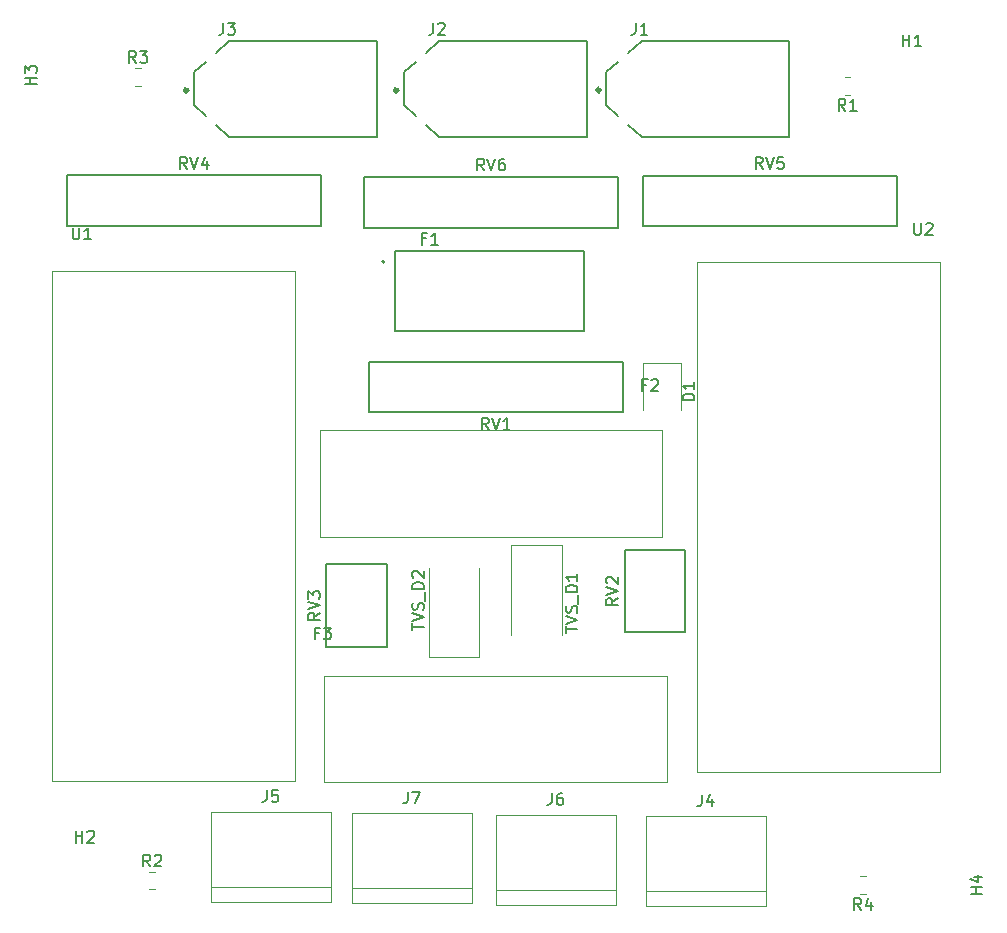
<source format=gbr>
%TF.GenerationSoftware,KiCad,Pcbnew,(6.0.7)*%
%TF.CreationDate,2022-08-25T14:30:35+03:00*%
%TF.ProjectId,guc_devresi_yetenek,6775635f-6465-4767-9265-73695f796574,rev?*%
%TF.SameCoordinates,Original*%
%TF.FileFunction,Legend,Top*%
%TF.FilePolarity,Positive*%
%FSLAX46Y46*%
G04 Gerber Fmt 4.6, Leading zero omitted, Abs format (unit mm)*
G04 Created by KiCad (PCBNEW (6.0.7)) date 2022-08-25 14:30:35*
%MOMM*%
%LPD*%
G01*
G04 APERTURE LIST*
%ADD10C,0.150000*%
%ADD11C,0.120000*%
%ADD12C,0.127000*%
%ADD13C,0.200000*%
%ADD14C,0.300000*%
G04 APERTURE END LIST*
D10*
%TO.C,U1*%
X37719095Y-33234380D02*
X37719095Y-34043904D01*
X37766714Y-34139142D01*
X37814333Y-34186761D01*
X37909571Y-34234380D01*
X38100047Y-34234380D01*
X38195285Y-34186761D01*
X38242904Y-34139142D01*
X38290523Y-34043904D01*
X38290523Y-33234380D01*
X39290523Y-34234380D02*
X38719095Y-34234380D01*
X39004809Y-34234380D02*
X39004809Y-33234380D01*
X38909571Y-33377238D01*
X38814333Y-33472476D01*
X38719095Y-33520095D01*
%TO.C,F1*%
X67616666Y-34151571D02*
X67283333Y-34151571D01*
X67283333Y-34675380D02*
X67283333Y-33675380D01*
X67759523Y-33675380D01*
X68664285Y-34675380D02*
X68092857Y-34675380D01*
X68378571Y-34675380D02*
X68378571Y-33675380D01*
X68283333Y-33818238D01*
X68188095Y-33913476D01*
X68092857Y-33961095D01*
%TO.C,J5*%
X54149666Y-80859380D02*
X54149666Y-81573666D01*
X54102047Y-81716523D01*
X54006809Y-81811761D01*
X53863952Y-81859380D01*
X53768714Y-81859380D01*
X55102047Y-80859380D02*
X54625857Y-80859380D01*
X54578238Y-81335571D01*
X54625857Y-81287952D01*
X54721095Y-81240333D01*
X54959190Y-81240333D01*
X55054428Y-81287952D01*
X55102047Y-81335571D01*
X55149666Y-81430809D01*
X55149666Y-81668904D01*
X55102047Y-81764142D01*
X55054428Y-81811761D01*
X54959190Y-81859380D01*
X54721095Y-81859380D01*
X54625857Y-81811761D01*
X54578238Y-81764142D01*
%TO.C,H4*%
X114742380Y-89661904D02*
X113742380Y-89661904D01*
X114218571Y-89661904D02*
X114218571Y-89090476D01*
X114742380Y-89090476D02*
X113742380Y-89090476D01*
X114075714Y-88185714D02*
X114742380Y-88185714D01*
X113694761Y-88423809D02*
X114409047Y-88661904D01*
X114409047Y-88042857D01*
%TO.C,J7*%
X66087666Y-80986380D02*
X66087666Y-81700666D01*
X66040047Y-81843523D01*
X65944809Y-81938761D01*
X65801952Y-81986380D01*
X65706714Y-81986380D01*
X66468619Y-80986380D02*
X67135285Y-80986380D01*
X66706714Y-81986380D01*
%TO.C,U2*%
X108966095Y-32853380D02*
X108966095Y-33662904D01*
X109013714Y-33758142D01*
X109061333Y-33805761D01*
X109156571Y-33853380D01*
X109347047Y-33853380D01*
X109442285Y-33805761D01*
X109489904Y-33758142D01*
X109537523Y-33662904D01*
X109537523Y-32853380D01*
X109966095Y-32948619D02*
X110013714Y-32901000D01*
X110108952Y-32853380D01*
X110347047Y-32853380D01*
X110442285Y-32901000D01*
X110489904Y-32948619D01*
X110537523Y-33043857D01*
X110537523Y-33139095D01*
X110489904Y-33281952D01*
X109918476Y-33853380D01*
X110537523Y-33853380D01*
%TO.C,TVS_D2*%
X66452380Y-67297619D02*
X66452380Y-66726190D01*
X67452380Y-67011904D02*
X66452380Y-67011904D01*
X66452380Y-66535714D02*
X67452380Y-66202380D01*
X66452380Y-65869047D01*
X67404761Y-65583333D02*
X67452380Y-65440476D01*
X67452380Y-65202380D01*
X67404761Y-65107142D01*
X67357142Y-65059523D01*
X67261904Y-65011904D01*
X67166666Y-65011904D01*
X67071428Y-65059523D01*
X67023809Y-65107142D01*
X66976190Y-65202380D01*
X66928571Y-65392857D01*
X66880952Y-65488095D01*
X66833333Y-65535714D01*
X66738095Y-65583333D01*
X66642857Y-65583333D01*
X66547619Y-65535714D01*
X66500000Y-65488095D01*
X66452380Y-65392857D01*
X66452380Y-65154761D01*
X66500000Y-65011904D01*
X67547619Y-64821428D02*
X67547619Y-64059523D01*
X67452380Y-63821428D02*
X66452380Y-63821428D01*
X66452380Y-63583333D01*
X66500000Y-63440476D01*
X66595238Y-63345238D01*
X66690476Y-63297619D01*
X66880952Y-63250000D01*
X67023809Y-63250000D01*
X67214285Y-63297619D01*
X67309523Y-63345238D01*
X67404761Y-63440476D01*
X67452380Y-63583333D01*
X67452380Y-63821428D01*
X66547619Y-62869047D02*
X66500000Y-62821428D01*
X66452380Y-62726190D01*
X66452380Y-62488095D01*
X66500000Y-62392857D01*
X66547619Y-62345238D01*
X66642857Y-62297619D01*
X66738095Y-62297619D01*
X66880952Y-62345238D01*
X67452380Y-62916666D01*
X67452380Y-62297619D01*
%TO.C,RV2*%
X83902380Y-64595238D02*
X83426190Y-64928571D01*
X83902380Y-65166666D02*
X82902380Y-65166666D01*
X82902380Y-64785714D01*
X82950000Y-64690476D01*
X82997619Y-64642857D01*
X83092857Y-64595238D01*
X83235714Y-64595238D01*
X83330952Y-64642857D01*
X83378571Y-64690476D01*
X83426190Y-64785714D01*
X83426190Y-65166666D01*
X82902380Y-64309523D02*
X83902380Y-63976190D01*
X82902380Y-63642857D01*
X82997619Y-63357142D02*
X82950000Y-63309523D01*
X82902380Y-63214285D01*
X82902380Y-62976190D01*
X82950000Y-62880952D01*
X82997619Y-62833333D01*
X83092857Y-62785714D01*
X83188095Y-62785714D01*
X83330952Y-62833333D01*
X83902380Y-63404761D01*
X83902380Y-62785714D01*
%TO.C,R1*%
X103135133Y-23336780D02*
X102801800Y-22860590D01*
X102563704Y-23336780D02*
X102563704Y-22336780D01*
X102944657Y-22336780D01*
X103039895Y-22384400D01*
X103087514Y-22432019D01*
X103135133Y-22527257D01*
X103135133Y-22670114D01*
X103087514Y-22765352D01*
X103039895Y-22812971D01*
X102944657Y-22860590D01*
X102563704Y-22860590D01*
X104087514Y-23336780D02*
X103516085Y-23336780D01*
X103801800Y-23336780D02*
X103801800Y-22336780D01*
X103706561Y-22479638D01*
X103611323Y-22574876D01*
X103516085Y-22622495D01*
%TO.C,J1*%
X85383815Y-15901911D02*
X85383815Y-16616692D01*
X85336163Y-16759648D01*
X85240859Y-16854952D01*
X85097903Y-16902604D01*
X85002599Y-16902604D01*
X86384508Y-16902604D02*
X85812684Y-16902604D01*
X86098596Y-16902604D02*
X86098596Y-15901911D01*
X86003292Y-16044867D01*
X85907988Y-16140171D01*
X85812684Y-16187823D01*
%TO.C,R4*%
X104481333Y-91002380D02*
X104148000Y-90526190D01*
X103909904Y-91002380D02*
X103909904Y-90002380D01*
X104290857Y-90002380D01*
X104386095Y-90050000D01*
X104433714Y-90097619D01*
X104481333Y-90192857D01*
X104481333Y-90335714D01*
X104433714Y-90430952D01*
X104386095Y-90478571D01*
X104290857Y-90526190D01*
X103909904Y-90526190D01*
X105338476Y-90335714D02*
X105338476Y-91002380D01*
X105100380Y-89954761D02*
X104862285Y-90669047D01*
X105481333Y-90669047D01*
%TO.C,D1*%
X90362380Y-47855095D02*
X89362380Y-47855095D01*
X89362380Y-47617000D01*
X89410000Y-47474142D01*
X89505238Y-47378904D01*
X89600476Y-47331285D01*
X89790952Y-47283666D01*
X89933809Y-47283666D01*
X90124285Y-47331285D01*
X90219523Y-47378904D01*
X90314761Y-47474142D01*
X90362380Y-47617000D01*
X90362380Y-47855095D01*
X90362380Y-46331285D02*
X90362380Y-46902714D01*
X90362380Y-46617000D02*
X89362380Y-46617000D01*
X89505238Y-46712238D01*
X89600476Y-46807476D01*
X89648095Y-46902714D01*
%TO.C,H2*%
X37973095Y-85298380D02*
X37973095Y-84298380D01*
X37973095Y-84774571D02*
X38544523Y-84774571D01*
X38544523Y-85298380D02*
X38544523Y-84298380D01*
X38973095Y-84393619D02*
X39020714Y-84346000D01*
X39115952Y-84298380D01*
X39354047Y-84298380D01*
X39449285Y-84346000D01*
X39496904Y-84393619D01*
X39544523Y-84488857D01*
X39544523Y-84584095D01*
X39496904Y-84726952D01*
X38925476Y-85298380D01*
X39544523Y-85298380D01*
%TO.C,F3*%
X58540666Y-67580571D02*
X58207333Y-67580571D01*
X58207333Y-68104380D02*
X58207333Y-67104380D01*
X58683523Y-67104380D01*
X58969238Y-67104380D02*
X59588285Y-67104380D01*
X59254952Y-67485333D01*
X59397809Y-67485333D01*
X59493047Y-67532952D01*
X59540666Y-67580571D01*
X59588285Y-67675809D01*
X59588285Y-67913904D01*
X59540666Y-68009142D01*
X59493047Y-68056761D01*
X59397809Y-68104380D01*
X59112095Y-68104380D01*
X59016857Y-68056761D01*
X58969238Y-68009142D01*
%TO.C,J6*%
X78279666Y-81113380D02*
X78279666Y-81827666D01*
X78232047Y-81970523D01*
X78136809Y-82065761D01*
X77993952Y-82113380D01*
X77898714Y-82113380D01*
X79184428Y-81113380D02*
X78993952Y-81113380D01*
X78898714Y-81161000D01*
X78851095Y-81208619D01*
X78755857Y-81351476D01*
X78708238Y-81541952D01*
X78708238Y-81922904D01*
X78755857Y-82018142D01*
X78803476Y-82065761D01*
X78898714Y-82113380D01*
X79089190Y-82113380D01*
X79184428Y-82065761D01*
X79232047Y-82018142D01*
X79279666Y-81922904D01*
X79279666Y-81684809D01*
X79232047Y-81589571D01*
X79184428Y-81541952D01*
X79089190Y-81494333D01*
X78898714Y-81494333D01*
X78803476Y-81541952D01*
X78755857Y-81589571D01*
X78708238Y-81684809D01*
%TO.C,R2*%
X44283333Y-87321380D02*
X43950000Y-86845190D01*
X43711904Y-87321380D02*
X43711904Y-86321380D01*
X44092857Y-86321380D01*
X44188095Y-86369000D01*
X44235714Y-86416619D01*
X44283333Y-86511857D01*
X44283333Y-86654714D01*
X44235714Y-86749952D01*
X44188095Y-86797571D01*
X44092857Y-86845190D01*
X43711904Y-86845190D01*
X44664285Y-86416619D02*
X44711904Y-86369000D01*
X44807142Y-86321380D01*
X45045238Y-86321380D01*
X45140476Y-86369000D01*
X45188095Y-86416619D01*
X45235714Y-86511857D01*
X45235714Y-86607095D01*
X45188095Y-86749952D01*
X44616666Y-87321380D01*
X45235714Y-87321380D01*
%TO.C,R3*%
X43080133Y-19274780D02*
X42746800Y-18798590D01*
X42508704Y-19274780D02*
X42508704Y-18274780D01*
X42889657Y-18274780D01*
X42984895Y-18322400D01*
X43032514Y-18370019D01*
X43080133Y-18465257D01*
X43080133Y-18608114D01*
X43032514Y-18703352D01*
X42984895Y-18750971D01*
X42889657Y-18798590D01*
X42508704Y-18798590D01*
X43413466Y-18274780D02*
X44032514Y-18274780D01*
X43699180Y-18655733D01*
X43842038Y-18655733D01*
X43937276Y-18703352D01*
X43984895Y-18750971D01*
X44032514Y-18846209D01*
X44032514Y-19084304D01*
X43984895Y-19179542D01*
X43937276Y-19227161D01*
X43842038Y-19274780D01*
X43556323Y-19274780D01*
X43461085Y-19227161D01*
X43413466Y-19179542D01*
%TO.C,RV6*%
X72556761Y-28391980D02*
X72223428Y-27915790D01*
X71985333Y-28391980D02*
X71985333Y-27391980D01*
X72366285Y-27391980D01*
X72461523Y-27439600D01*
X72509142Y-27487219D01*
X72556761Y-27582457D01*
X72556761Y-27725314D01*
X72509142Y-27820552D01*
X72461523Y-27868171D01*
X72366285Y-27915790D01*
X71985333Y-27915790D01*
X72842476Y-27391980D02*
X73175809Y-28391980D01*
X73509142Y-27391980D01*
X74271047Y-27391980D02*
X74080571Y-27391980D01*
X73985333Y-27439600D01*
X73937714Y-27487219D01*
X73842476Y-27630076D01*
X73794857Y-27820552D01*
X73794857Y-28201504D01*
X73842476Y-28296742D01*
X73890095Y-28344361D01*
X73985333Y-28391980D01*
X74175809Y-28391980D01*
X74271047Y-28344361D01*
X74318666Y-28296742D01*
X74366285Y-28201504D01*
X74366285Y-27963409D01*
X74318666Y-27868171D01*
X74271047Y-27820552D01*
X74175809Y-27772933D01*
X73985333Y-27772933D01*
X73890095Y-27820552D01*
X73842476Y-27868171D01*
X73794857Y-27963409D01*
%TO.C,TVS_D1*%
X79452380Y-67547619D02*
X79452380Y-66976190D01*
X80452380Y-67261904D02*
X79452380Y-67261904D01*
X79452380Y-66785714D02*
X80452380Y-66452380D01*
X79452380Y-66119047D01*
X80404761Y-65833333D02*
X80452380Y-65690476D01*
X80452380Y-65452380D01*
X80404761Y-65357142D01*
X80357142Y-65309523D01*
X80261904Y-65261904D01*
X80166666Y-65261904D01*
X80071428Y-65309523D01*
X80023809Y-65357142D01*
X79976190Y-65452380D01*
X79928571Y-65642857D01*
X79880952Y-65738095D01*
X79833333Y-65785714D01*
X79738095Y-65833333D01*
X79642857Y-65833333D01*
X79547619Y-65785714D01*
X79500000Y-65738095D01*
X79452380Y-65642857D01*
X79452380Y-65404761D01*
X79500000Y-65261904D01*
X80547619Y-65071428D02*
X80547619Y-64309523D01*
X80452380Y-64071428D02*
X79452380Y-64071428D01*
X79452380Y-63833333D01*
X79500000Y-63690476D01*
X79595238Y-63595238D01*
X79690476Y-63547619D01*
X79880952Y-63500000D01*
X80023809Y-63500000D01*
X80214285Y-63547619D01*
X80309523Y-63595238D01*
X80404761Y-63690476D01*
X80452380Y-63833333D01*
X80452380Y-64071428D01*
X80452380Y-62547619D02*
X80452380Y-63119047D01*
X80452380Y-62833333D02*
X79452380Y-62833333D01*
X79595238Y-62928571D01*
X79690476Y-63023809D01*
X79738095Y-63119047D01*
%TO.C,RV5*%
X96131761Y-28276980D02*
X95798428Y-27800790D01*
X95560333Y-28276980D02*
X95560333Y-27276980D01*
X95941285Y-27276980D01*
X96036523Y-27324600D01*
X96084142Y-27372219D01*
X96131761Y-27467457D01*
X96131761Y-27610314D01*
X96084142Y-27705552D01*
X96036523Y-27753171D01*
X95941285Y-27800790D01*
X95560333Y-27800790D01*
X96417476Y-27276980D02*
X96750809Y-28276980D01*
X97084142Y-27276980D01*
X97893666Y-27276980D02*
X97417476Y-27276980D01*
X97369857Y-27753171D01*
X97417476Y-27705552D01*
X97512714Y-27657933D01*
X97750809Y-27657933D01*
X97846047Y-27705552D01*
X97893666Y-27753171D01*
X97941285Y-27848409D01*
X97941285Y-28086504D01*
X97893666Y-28181742D01*
X97846047Y-28229361D01*
X97750809Y-28276980D01*
X97512714Y-28276980D01*
X97417476Y-28229361D01*
X97369857Y-28181742D01*
%TO.C,RV1*%
X72937761Y-50338380D02*
X72604428Y-49862190D01*
X72366333Y-50338380D02*
X72366333Y-49338380D01*
X72747285Y-49338380D01*
X72842523Y-49386000D01*
X72890142Y-49433619D01*
X72937761Y-49528857D01*
X72937761Y-49671714D01*
X72890142Y-49766952D01*
X72842523Y-49814571D01*
X72747285Y-49862190D01*
X72366333Y-49862190D01*
X73223476Y-49338380D02*
X73556809Y-50338380D01*
X73890142Y-49338380D01*
X74747285Y-50338380D02*
X74175857Y-50338380D01*
X74461571Y-50338380D02*
X74461571Y-49338380D01*
X74366333Y-49481238D01*
X74271095Y-49576476D01*
X74175857Y-49624095D01*
%TO.C,J3*%
X50458815Y-15901911D02*
X50458815Y-16616692D01*
X50411163Y-16759648D01*
X50315859Y-16854952D01*
X50172903Y-16902604D01*
X50077599Y-16902604D01*
X50840032Y-15901911D02*
X51459508Y-15901911D01*
X51125944Y-16283127D01*
X51268900Y-16283127D01*
X51364204Y-16330779D01*
X51411856Y-16378431D01*
X51459508Y-16473736D01*
X51459508Y-16711996D01*
X51411856Y-16807300D01*
X51364204Y-16854952D01*
X51268900Y-16902604D01*
X50982988Y-16902604D01*
X50887684Y-16854952D01*
X50840032Y-16807300D01*
%TO.C,J4*%
X90979666Y-81240380D02*
X90979666Y-81954666D01*
X90932047Y-82097523D01*
X90836809Y-82192761D01*
X90693952Y-82240380D01*
X90598714Y-82240380D01*
X91884428Y-81573714D02*
X91884428Y-82240380D01*
X91646333Y-81192761D02*
X91408238Y-81907047D01*
X92027285Y-81907047D01*
%TO.C,RV4*%
X47410761Y-28264980D02*
X47077428Y-27788790D01*
X46839333Y-28264980D02*
X46839333Y-27264980D01*
X47220285Y-27264980D01*
X47315523Y-27312600D01*
X47363142Y-27360219D01*
X47410761Y-27455457D01*
X47410761Y-27598314D01*
X47363142Y-27693552D01*
X47315523Y-27741171D01*
X47220285Y-27788790D01*
X46839333Y-27788790D01*
X47696476Y-27264980D02*
X48029809Y-28264980D01*
X48363142Y-27264980D01*
X49125047Y-27598314D02*
X49125047Y-28264980D01*
X48886952Y-27217361D02*
X48648857Y-27931647D01*
X49267904Y-27931647D01*
%TO.C,RV3*%
X58652380Y-65845238D02*
X58176190Y-66178571D01*
X58652380Y-66416666D02*
X57652380Y-66416666D01*
X57652380Y-66035714D01*
X57700000Y-65940476D01*
X57747619Y-65892857D01*
X57842857Y-65845238D01*
X57985714Y-65845238D01*
X58080952Y-65892857D01*
X58128571Y-65940476D01*
X58176190Y-66035714D01*
X58176190Y-66416666D01*
X57652380Y-65559523D02*
X58652380Y-65226190D01*
X57652380Y-64892857D01*
X57652380Y-64654761D02*
X57652380Y-64035714D01*
X58033333Y-64369047D01*
X58033333Y-64226190D01*
X58080952Y-64130952D01*
X58128571Y-64083333D01*
X58223809Y-64035714D01*
X58461904Y-64035714D01*
X58557142Y-64083333D01*
X58604761Y-64130952D01*
X58652380Y-64226190D01*
X58652380Y-64511904D01*
X58604761Y-64607142D01*
X58557142Y-64654761D01*
%TO.C,F2*%
X86251666Y-46546571D02*
X85918333Y-46546571D01*
X85918333Y-47070380D02*
X85918333Y-46070380D01*
X86394523Y-46070380D01*
X86727857Y-46165619D02*
X86775476Y-46118000D01*
X86870714Y-46070380D01*
X87108809Y-46070380D01*
X87204047Y-46118000D01*
X87251666Y-46165619D01*
X87299285Y-46260857D01*
X87299285Y-46356095D01*
X87251666Y-46498952D01*
X86680238Y-47070380D01*
X87299285Y-47070380D01*
%TO.C,J2*%
X68238815Y-15901911D02*
X68238815Y-16616692D01*
X68191163Y-16759648D01*
X68095859Y-16854952D01*
X67952903Y-16902604D01*
X67857599Y-16902604D01*
X68667684Y-15997215D02*
X68715336Y-15949563D01*
X68810640Y-15901911D01*
X69048900Y-15901911D01*
X69144204Y-15949563D01*
X69191856Y-15997215D01*
X69239508Y-16092519D01*
X69239508Y-16187823D01*
X69191856Y-16330779D01*
X68620032Y-16902604D01*
X69239508Y-16902604D01*
%TO.C,H1*%
X108000895Y-17886780D02*
X108000895Y-16886780D01*
X108000895Y-17362971D02*
X108572323Y-17362971D01*
X108572323Y-17886780D02*
X108572323Y-16886780D01*
X109572323Y-17886780D02*
X109000895Y-17886780D01*
X109286609Y-17886780D02*
X109286609Y-16886780D01*
X109191371Y-17029638D01*
X109096133Y-17124876D01*
X109000895Y-17172495D01*
%TO.C,H3*%
X34676180Y-21107304D02*
X33676180Y-21107304D01*
X34152371Y-21107304D02*
X34152371Y-20535876D01*
X34676180Y-20535876D02*
X33676180Y-20535876D01*
X33676180Y-20154923D02*
X33676180Y-19535876D01*
X34057133Y-19869209D01*
X34057133Y-19726352D01*
X34104752Y-19631114D01*
X34152371Y-19583495D01*
X34247609Y-19535876D01*
X34485704Y-19535876D01*
X34580942Y-19583495D01*
X34628561Y-19631114D01*
X34676180Y-19726352D01*
X34676180Y-20012066D01*
X34628561Y-20107304D01*
X34580942Y-20154923D01*
D11*
%TO.C,U1*%
X56560000Y-36915000D02*
X35960000Y-36915000D01*
X35960000Y-36915000D02*
X35960000Y-80115000D01*
X35960000Y-80115000D02*
X56560000Y-80115000D01*
X56560000Y-80115000D02*
X56560000Y-36915000D01*
D12*
%TO.C,F1*%
X65025000Y-35243000D02*
X81025000Y-35243000D01*
X81025000Y-41973000D02*
X65025000Y-41973000D01*
X65025000Y-41973000D02*
X65025000Y-35243000D01*
X81025000Y-35243000D02*
X81025000Y-41973000D01*
D13*
X64125000Y-36108000D02*
G75*
G03*
X64125000Y-36108000I-100000J0D01*
G01*
D11*
%TO.C,J5*%
X49403000Y-90297000D02*
X59563000Y-90297000D01*
X59563000Y-90297000D02*
X59563000Y-82677000D01*
X59563000Y-82677000D02*
X49403000Y-82677000D01*
X59563000Y-89027000D02*
X49403000Y-89027000D01*
X49403000Y-82677000D02*
X49403000Y-90297000D01*
%TO.C,J7*%
X71501000Y-89154000D02*
X61341000Y-89154000D01*
X61341000Y-90424000D02*
X71501000Y-90424000D01*
X71501000Y-82804000D02*
X61341000Y-82804000D01*
X71501000Y-90424000D02*
X71501000Y-82804000D01*
X61341000Y-82804000D02*
X61341000Y-90424000D01*
%TO.C,U2*%
X111170000Y-36153000D02*
X90570000Y-36153000D01*
X90570000Y-36153000D02*
X90570000Y-79353000D01*
X90570000Y-79353000D02*
X111170000Y-79353000D01*
X111170000Y-79353000D02*
X111170000Y-36153000D01*
%TO.C,TVS_D2*%
X67850000Y-69600000D02*
X67850000Y-62050000D01*
X72150000Y-69600000D02*
X72150000Y-62050000D01*
X67850000Y-69600000D02*
X72150000Y-69600000D01*
D10*
%TO.C,RV2*%
X89550000Y-60500000D02*
X84450000Y-60500000D01*
X89550000Y-60500000D02*
X89550000Y-67500000D01*
X84450000Y-60500000D02*
X84450000Y-67500000D01*
X89550000Y-67500000D02*
X84450000Y-67500000D01*
D11*
%TO.C,R1*%
X103528864Y-21969400D02*
X103074736Y-21969400D01*
X103528864Y-20499400D02*
X103074736Y-20499400D01*
D12*
%TO.C,J1*%
X82895800Y-22888400D02*
X82895800Y-20088400D01*
X98395800Y-17438400D02*
X98395800Y-25538400D01*
X85895800Y-17438400D02*
X84765800Y-18438400D01*
X82895800Y-20088400D02*
X83915800Y-19188400D01*
X82895800Y-22888400D02*
X83915800Y-23788400D01*
X98395800Y-25538400D02*
X85895800Y-25538400D01*
X85895800Y-25538400D02*
X84765800Y-24538400D01*
X85895800Y-17438400D02*
X98395800Y-17438400D01*
D14*
X82395800Y-21588400D02*
G75*
G03*
X82395800Y-21588400I-150000J0D01*
G01*
D11*
%TO.C,R4*%
X104875064Y-89635000D02*
X104420936Y-89635000D01*
X104875064Y-88165000D02*
X104420936Y-88165000D01*
%TO.C,D1*%
X89215000Y-44657000D02*
X86045000Y-44657000D01*
X86045000Y-44657000D02*
X86045000Y-48717000D01*
X89215000Y-48717000D02*
X89215000Y-44657000D01*
%TO.C,F3*%
X59001000Y-71160000D02*
X88001000Y-71160000D01*
X88001000Y-71160000D02*
X88001000Y-80160000D01*
X88001000Y-80160000D02*
X59001000Y-80160000D01*
X59001000Y-80160000D02*
X59001000Y-71160000D01*
%TO.C,J6*%
X73533000Y-82931000D02*
X73533000Y-90551000D01*
X83693000Y-90551000D02*
X83693000Y-82931000D01*
X73533000Y-90551000D02*
X83693000Y-90551000D01*
X83693000Y-82931000D02*
X73533000Y-82931000D01*
X83693000Y-89281000D02*
X73533000Y-89281000D01*
%TO.C,R2*%
X44222936Y-89254000D02*
X44677064Y-89254000D01*
X44222936Y-87784000D02*
X44677064Y-87784000D01*
%TO.C,R3*%
X43019736Y-19737400D02*
X43473864Y-19737400D01*
X43019736Y-21207400D02*
X43473864Y-21207400D01*
D10*
%TO.C,RV6*%
X62402000Y-33239600D02*
X62402000Y-28939600D01*
X83902000Y-33239600D02*
X62402000Y-33239600D01*
X83902000Y-33239600D02*
X83902000Y-28939600D01*
X83902000Y-28939600D02*
X62402000Y-28939600D01*
D11*
%TO.C,TVS_D1*%
X79150000Y-60150000D02*
X79150000Y-67700000D01*
X79150000Y-60150000D02*
X74850000Y-60150000D01*
X74850000Y-60150000D02*
X74850000Y-67700000D01*
D10*
%TO.C,RV5*%
X107477000Y-33124600D02*
X85977000Y-33124600D01*
X107477000Y-28824600D02*
X85977000Y-28824600D01*
X107477000Y-33124600D02*
X107477000Y-28824600D01*
X85977000Y-33124600D02*
X85977000Y-28824600D01*
%TO.C,RV1*%
X62783000Y-48886000D02*
X84283000Y-48886000D01*
X62783000Y-44586000D02*
X84283000Y-44586000D01*
X62783000Y-44586000D02*
X62783000Y-48886000D01*
X84283000Y-44586000D02*
X84283000Y-48886000D01*
D12*
%TO.C,J3*%
X50970800Y-17438400D02*
X49840800Y-18438400D01*
X47970800Y-22888400D02*
X48990800Y-23788400D01*
X47970800Y-20088400D02*
X48990800Y-19188400D01*
X63470800Y-25538400D02*
X50970800Y-25538400D01*
X63470800Y-17438400D02*
X63470800Y-25538400D01*
X47970800Y-22888400D02*
X47970800Y-20088400D01*
X50970800Y-25538400D02*
X49840800Y-24538400D01*
X50970800Y-17438400D02*
X63470800Y-17438400D01*
D14*
X47470800Y-21588400D02*
G75*
G03*
X47470800Y-21588400I-150000J0D01*
G01*
D11*
%TO.C,J4*%
X86233000Y-90678000D02*
X96393000Y-90678000D01*
X96393000Y-90678000D02*
X96393000Y-83058000D01*
X96393000Y-89408000D02*
X86233000Y-89408000D01*
X86233000Y-83058000D02*
X86233000Y-90678000D01*
X96393000Y-83058000D02*
X86233000Y-83058000D01*
D10*
%TO.C,RV4*%
X58756000Y-33112600D02*
X58756000Y-28812600D01*
X37256000Y-33112600D02*
X37256000Y-28812600D01*
X58756000Y-28812600D02*
X37256000Y-28812600D01*
X58756000Y-33112600D02*
X37256000Y-33112600D01*
%TO.C,RV3*%
X59200000Y-61750000D02*
X59200000Y-68750000D01*
X64300000Y-61750000D02*
X59200000Y-61750000D01*
X64300000Y-68750000D02*
X59200000Y-68750000D01*
X64300000Y-61750000D02*
X64300000Y-68750000D01*
D11*
%TO.C,F2*%
X87655000Y-59405000D02*
X58655000Y-59405000D01*
X58655000Y-59405000D02*
X58655000Y-50405000D01*
X58655000Y-50405000D02*
X87655000Y-50405000D01*
X87655000Y-50405000D02*
X87655000Y-59405000D01*
D12*
%TO.C,J2*%
X65750800Y-22888400D02*
X65750800Y-20088400D01*
X68750800Y-25538400D02*
X67620800Y-24538400D01*
X81250800Y-25538400D02*
X68750800Y-25538400D01*
X81250800Y-17438400D02*
X81250800Y-25538400D01*
X68750800Y-17438400D02*
X67620800Y-18438400D01*
X65750800Y-22888400D02*
X66770800Y-23788400D01*
X68750800Y-17438400D02*
X81250800Y-17438400D01*
X65750800Y-20088400D02*
X66770800Y-19188400D01*
D14*
X65250800Y-21588400D02*
G75*
G03*
X65250800Y-21588400I-150000J0D01*
G01*
%TD*%
M02*

</source>
